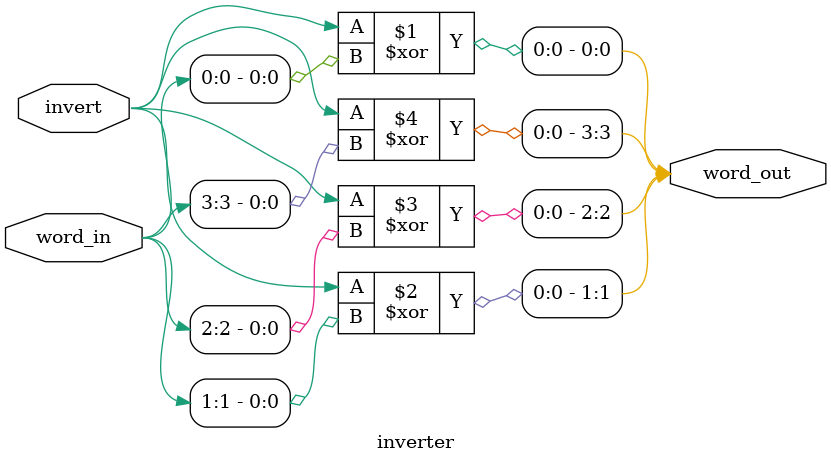
<source format=v>
`timescale 1ns / 1ps


module inverter(
    input invert,
    input [3:0] word_in,
    output [3:0] word_out
    );
    assign word_out[0] = invert ^ word_in[0];
    assign word_out[1] = invert ^ word_in[1];
    assign word_out[2] = invert ^ word_in[2];
    assign word_out[3] = invert ^ word_in[3];
    
endmodule

</source>
